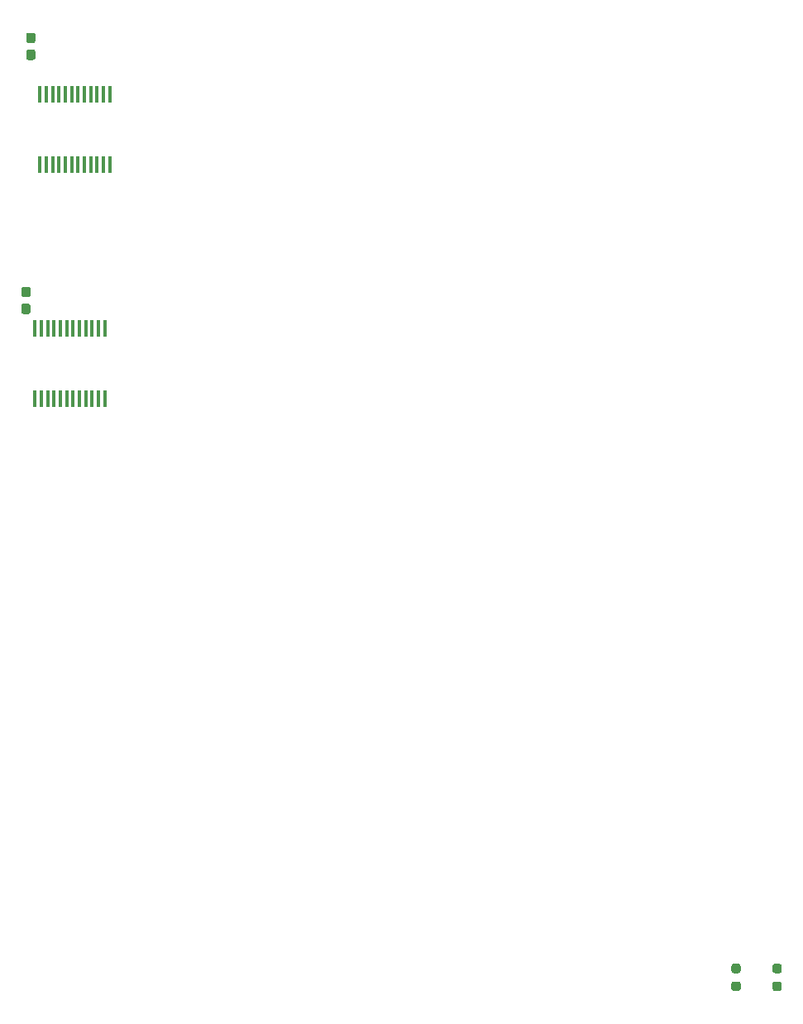
<source format=gbr>
%TF.GenerationSoftware,KiCad,Pcbnew,5.1.10-1.fc34*%
%TF.CreationDate,2021-08-02T19:45:02+02:00*%
%TF.ProjectId,domo_pool_hard,646f6d6f-5f70-46f6-9f6c-5f686172642e,rev?*%
%TF.SameCoordinates,Original*%
%TF.FileFunction,Paste,Top*%
%TF.FilePolarity,Positive*%
%FSLAX46Y46*%
G04 Gerber Fmt 4.6, Leading zero omitted, Abs format (unit mm)*
G04 Created by KiCad (PCBNEW 5.1.10-1.fc34) date 2021-08-02 19:45:02*
%MOMM*%
%LPD*%
G01*
G04 APERTURE LIST*
%ADD10R,0.450000X1.750000*%
G04 APERTURE END LIST*
D10*
%TO.C,U3*%
X34925000Y-101600000D03*
X35575000Y-101600000D03*
X36225000Y-101600000D03*
X36875000Y-101600000D03*
X37525000Y-101600000D03*
X38175000Y-101600000D03*
X38825000Y-101600000D03*
X39475000Y-101600000D03*
X40125000Y-101600000D03*
X40775000Y-101600000D03*
X41425000Y-101600000D03*
X42075000Y-101600000D03*
X42075000Y-94400000D03*
X41425000Y-94400000D03*
X40775000Y-94400000D03*
X40125000Y-94400000D03*
X39475000Y-94400000D03*
X38825000Y-94400000D03*
X38175000Y-94400000D03*
X37525000Y-94400000D03*
X36875000Y-94400000D03*
X36225000Y-94400000D03*
X35575000Y-94400000D03*
X34925000Y-94400000D03*
%TD*%
%TO.C,U2*%
X35425000Y-70400000D03*
X36075000Y-70400000D03*
X36725000Y-70400000D03*
X37375000Y-70400000D03*
X38025000Y-70400000D03*
X38675000Y-70400000D03*
X39325000Y-70400000D03*
X39975000Y-70400000D03*
X40625000Y-70400000D03*
X41275000Y-70400000D03*
X41925000Y-70400000D03*
X42575000Y-70400000D03*
X42575000Y-77600000D03*
X41925000Y-77600000D03*
X41275000Y-77600000D03*
X40625000Y-77600000D03*
X39975000Y-77600000D03*
X39325000Y-77600000D03*
X38675000Y-77600000D03*
X38025000Y-77600000D03*
X37375000Y-77600000D03*
X36725000Y-77600000D03*
X36075000Y-77600000D03*
X35425000Y-77600000D03*
%TD*%
%TO.C,C4*%
G36*
G01*
X34737500Y-65175000D02*
X34262500Y-65175000D01*
G75*
G02*
X34025000Y-64937500I0J237500D01*
G01*
X34025000Y-64337500D01*
G75*
G02*
X34262500Y-64100000I237500J0D01*
G01*
X34737500Y-64100000D01*
G75*
G02*
X34975000Y-64337500I0J-237500D01*
G01*
X34975000Y-64937500D01*
G75*
G02*
X34737500Y-65175000I-237500J0D01*
G01*
G37*
G36*
G01*
X34737500Y-66900000D02*
X34262500Y-66900000D01*
G75*
G02*
X34025000Y-66662500I0J237500D01*
G01*
X34025000Y-66062500D01*
G75*
G02*
X34262500Y-65825000I237500J0D01*
G01*
X34737500Y-65825000D01*
G75*
G02*
X34975000Y-66062500I0J-237500D01*
G01*
X34975000Y-66662500D01*
G75*
G02*
X34737500Y-66900000I-237500J0D01*
G01*
G37*
%TD*%
%TO.C,C3*%
G36*
G01*
X34237500Y-91175000D02*
X33762500Y-91175000D01*
G75*
G02*
X33525000Y-90937500I0J237500D01*
G01*
X33525000Y-90337500D01*
G75*
G02*
X33762500Y-90100000I237500J0D01*
G01*
X34237500Y-90100000D01*
G75*
G02*
X34475000Y-90337500I0J-237500D01*
G01*
X34475000Y-90937500D01*
G75*
G02*
X34237500Y-91175000I-237500J0D01*
G01*
G37*
G36*
G01*
X34237500Y-92900000D02*
X33762500Y-92900000D01*
G75*
G02*
X33525000Y-92662500I0J237500D01*
G01*
X33525000Y-92062500D01*
G75*
G02*
X33762500Y-91825000I237500J0D01*
G01*
X34237500Y-91825000D01*
G75*
G02*
X34475000Y-92062500I0J-237500D01*
G01*
X34475000Y-92662500D01*
G75*
G02*
X34237500Y-92900000I-237500J0D01*
G01*
G37*
%TD*%
%TO.C,10k2*%
G36*
G01*
X111137500Y-160375000D02*
X110662500Y-160375000D01*
G75*
G02*
X110425000Y-160137500I0J237500D01*
G01*
X110425000Y-159637500D01*
G75*
G02*
X110662500Y-159400000I237500J0D01*
G01*
X111137500Y-159400000D01*
G75*
G02*
X111375000Y-159637500I0J-237500D01*
G01*
X111375000Y-160137500D01*
G75*
G02*
X111137500Y-160375000I-237500J0D01*
G01*
G37*
G36*
G01*
X111137500Y-162200000D02*
X110662500Y-162200000D01*
G75*
G02*
X110425000Y-161962500I0J237500D01*
G01*
X110425000Y-161462500D01*
G75*
G02*
X110662500Y-161225000I237500J0D01*
G01*
X111137500Y-161225000D01*
G75*
G02*
X111375000Y-161462500I0J-237500D01*
G01*
X111375000Y-161962500D01*
G75*
G02*
X111137500Y-162200000I-237500J0D01*
G01*
G37*
%TD*%
%TO.C,10k1*%
G36*
G01*
X106937500Y-160375000D02*
X106462500Y-160375000D01*
G75*
G02*
X106225000Y-160137500I0J237500D01*
G01*
X106225000Y-159637500D01*
G75*
G02*
X106462500Y-159400000I237500J0D01*
G01*
X106937500Y-159400000D01*
G75*
G02*
X107175000Y-159637500I0J-237500D01*
G01*
X107175000Y-160137500D01*
G75*
G02*
X106937500Y-160375000I-237500J0D01*
G01*
G37*
G36*
G01*
X106937500Y-162200000D02*
X106462500Y-162200000D01*
G75*
G02*
X106225000Y-161962500I0J237500D01*
G01*
X106225000Y-161462500D01*
G75*
G02*
X106462500Y-161225000I237500J0D01*
G01*
X106937500Y-161225000D01*
G75*
G02*
X107175000Y-161462500I0J-237500D01*
G01*
X107175000Y-161962500D01*
G75*
G02*
X106937500Y-162200000I-237500J0D01*
G01*
G37*
%TD*%
M02*

</source>
